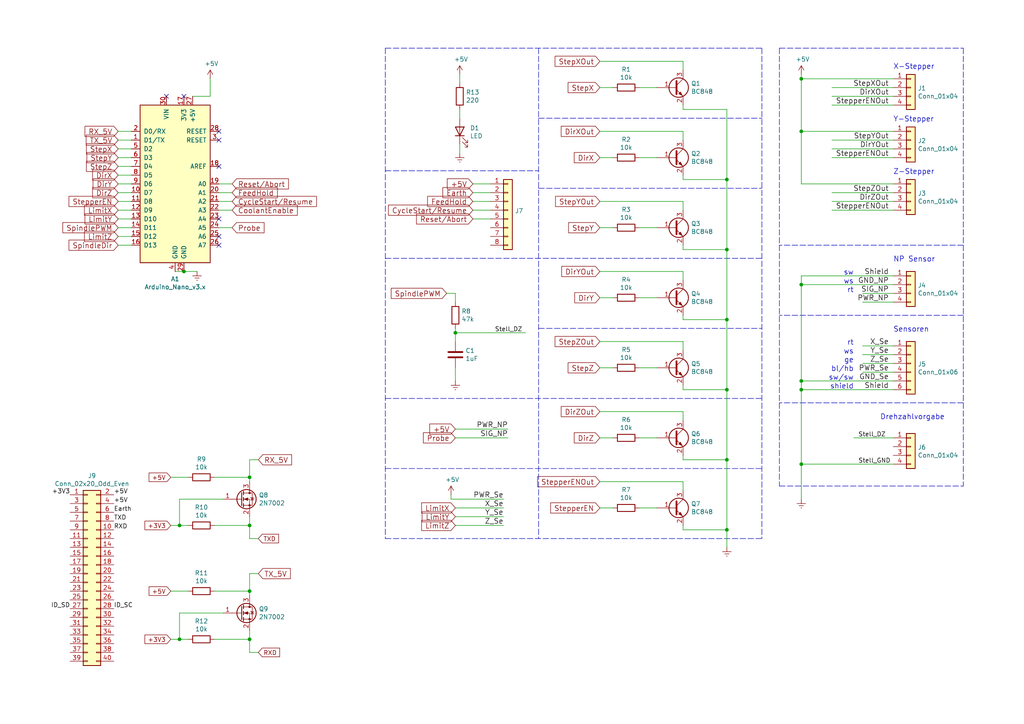
<source format=kicad_sch>
(kicad_sch (version 20231120) (generator "eeschema") (generator_version "8.0")
  (paper "A4")
  (lib_symbols
    (symbol "Connector_Generic:Conn_01x04" (pin_names (offset 1.016) hide)
      (property "Reference" "J" (at 0 5.08 0))
      (property "Value" "Conn_01x04" (at 0 -7.62 0))
      (symbol "Conn_01x04_1_1"
        (rectangle (start -1.27 -4.953) (end 0 -5.207) (stroke (width 0.1524)))
        (rectangle (start -1.27 -2.413) (end 0 -2.667) (stroke (width 0.1524)))
        (rectangle (start -1.27 0.127) (end 0 -0.127) (stroke (width 0.1524)))
        (rectangle (start -1.27 2.667) (end 0 2.413) (stroke (width 0.1524)))
        (rectangle (start -1.27 3.81) (end 1.27 -6.35) (stroke (width 0.254)) (fill (type background)))
        (pin passive line (at -5.08 2.54 0) (length 3.81) (name "Pin_1") (number "1"))
        (pin passive line (at -5.08 0 0) (length 3.81) (name "Pin_2") (number "2"))
        (pin passive line (at -5.08 -2.54 0) (length 3.81) (name "Pin_3") (number "3"))
        (pin passive line (at -5.08 -5.08 0) (length 3.81) (name "Pin_4") (number "4"))
      )
    )
    (symbol "Connector_Generic:Conn_01x06" (pin_names (offset 1.016) hide)
      (property "Reference" "J" (at 0 7.62 0))
      (property "Value" "Conn_01x06" (at 0 -10.16 0))
      (symbol "Conn_01x06_1_1"
        (rectangle (start -1.27 -7.493) (end 0 -7.747) (stroke (width 0.1524)))
        (rectangle (start -1.27 -4.953) (end 0 -5.207) (stroke (width 0.1524)))
        (rectangle (start -1.27 -2.413) (end 0 -2.667) (stroke (width 0.1524)))
        (rectangle (start -1.27 0.127) (end 0 -0.127) (stroke (width 0.1524)))
        (rectangle (start -1.27 2.667) (end 0 2.413) (stroke (width 0.1524)))
        (rectangle (start -1.27 5.207) (end 0 4.953) (stroke (width 0.1524)))
        (rectangle (start -1.27 6.35) (end 1.27 -8.89) (stroke (width 0.254)) (fill (type background)))
        (pin passive line (at -5.08 5.08 0) (length 3.81) (name "Pin_1") (number "1"))
        (pin passive line (at -5.08 2.54 0) (length 3.81) (name "Pin_2") (number "2"))
        (pin passive line (at -5.08 0 0) (length 3.81) (name "Pin_3") (number "3"))
        (pin passive line (at -5.08 -2.54 0) (length 3.81) (name "Pin_4") (number "4"))
        (pin passive line (at -5.08 -5.08 0) (length 3.81) (name "Pin_5") (number "5"))
        (pin passive line (at -5.08 -7.62 0) (length 3.81) (name "Pin_6") (number "6"))
      )
    )
    (symbol "Connector_Generic:Conn_01x08" (pin_names (offset 1.016) hide)
      (property "Reference" "J" (at 0 10.16 0))
      (property "Value" "Conn_01x08" (at 0 -12.7 0))
      (symbol "Conn_01x08_1_1"
        (rectangle (start -1.27 -10.033) (end 0 -10.287) (stroke (width 0.1524)))
        (rectangle (start -1.27 -7.493) (end 0 -7.747) (stroke (width 0.1524)))
        (rectangle (start -1.27 -4.953) (end 0 -5.207) (stroke (width 0.1524)))
        (rectangle (start -1.27 -2.413) (end 0 -2.667) (stroke (width 0.1524)))
        (rectangle (start -1.27 0.127) (end 0 -0.127) (stroke (width 0.1524)))
        (rectangle (start -1.27 2.667) (end 0 2.413) (stroke (width 0.1524)))
        (rectangle (start -1.27 5.207) (end 0 4.953) (stroke (width 0.1524)))
        (rectangle (start -1.27 7.747) (end 0 7.493) (stroke (width 0.1524)))
        (rectangle (start -1.27 8.89) (end 1.27 -11.43) (stroke (width 0.254)) (fill (type background)))
        (pin passive line (at -5.08 7.62 0) (length 3.81) (name "Pin_1") (number "1"))
        (pin passive line (at -5.08 5.08 0) (length 3.81) (name "Pin_2") (number "2"))
        (pin passive line (at -5.08 2.54 0) (length 3.81) (name "Pin_3") (number "3"))
        (pin passive line (at -5.08 0 0) (length 3.81) (name "Pin_4") (number "4"))
        (pin passive line (at -5.08 -2.54 0) (length 3.81) (name "Pin_5") (number "5"))
        (pin passive line (at -5.08 -5.08 0) (length 3.81) (name "Pin_6") (number "6"))
        (pin passive line (at -5.08 -7.62 0) (length 3.81) (name "Pin_7") (number "7"))
        (pin passive line (at -5.08 -10.16 0) (length 3.81) (name "Pin_8") (number "8"))
      )
    )
    (symbol "Connector_Generic:Conn_02x20_Odd_Even" (pin_names (offset 1.016) hide)
      (property "Reference" "J" (at 1.27 25.4 0))
      (property "Value" "Conn_02x20_Odd_Even" (at 1.27 -27.94 0))
      (symbol "Conn_02x20_Odd_Even_1_1"
        (rectangle (start -1.27 -25.273) (end 0 -25.527) (stroke (width 0.1524)))
        (rectangle (start -1.27 -22.733) (end 0 -22.987) (stroke (width 0.1524)))
        (rectangle (start -1.27 -20.193) (end 0 -20.447) (stroke (width 0.1524)))
        (rectangle (start -1.27 -17.653) (end 0 -17.907) (stroke (width 0.1524)))
        (rectangle (start -1.27 -15.113) (end 0 -15.367) (stroke (width 0.1524)))
        (rectangle (start -1.27 -12.573) (end 0 -12.827) (stroke (width 0.1524)))
        (rectangle (start -1.27 -10.033) (end 0 -10.287) (stroke (width 0.1524)))
        (rectangle (start -1.27 -7.493) (end 0 -7.747) (stroke (width 0.1524)))
        (rectangle (start -1.27 -4.953) (end 0 -5.207) (stroke (width 0.1524)))
        (rectangle (start -1.27 -2.413) (end 0 -2.667) (stroke (width 0.1524)))
        (rectangle (start -1.27 0.127) (end 0 -0.127) (stroke (width 0.1524)))
        (rectangle (start -1.27 2.667) (end 0 2.413) (stroke (width 0.1524)))
        (rectangle (start -1.27 5.207) (end 0 4.953) (stroke (width 0.1524)))
        (rectangle (start -1.27 7.747) (end 0 7.493) (stroke (width 0.1524)))
        (rectangle (start -1.27 10.287) (end 0 10.033) (stroke (width 0.1524)))
        (rectangle (start -1.27 12.827) (end 0 12.573) (stroke (width 0.1524)))
        (rectangle (start -1.27 15.367) (end 0 15.113) (stroke (width 0.1524)))
        (rectangle (start -1.27 17.907) (end 0 17.653) (stroke (width 0.1524)))
        (rectangle (start -1.27 20.447) (end 0 20.193) (stroke (width 0.1524)))
        (rectangle (start -1.27 22.987) (end 0 22.733) (stroke (width 0.1524)))
        (rectangle (start -1.27 24.13) (end 3.81 -26.67) (stroke (width 0.254)) (fill (type background)))
        (rectangle (start 3.81 -25.273) (end 2.54 -25.527) (stroke (width 0.1524)))
        (rectangle (start 3.81 -22.733) (end 2.54 -22.987) (stroke (width 0.1524)))
        (rectangle (start 3.81 -20.193) (end 2.54 -20.447) (stroke (width 0.1524)))
        (rectangle (start 3.81 -17.653) (end 2.54 -17.907) (stroke (width 0.1524)))
        (rectangle (start 3.81 -15.113) (end 2.54 -15.367) (stroke (width 0.1524)))
        (rectangle (start 3.81 -12.573) (end 2.54 -12.827) (stroke (width 0.1524)))
        (rectangle (start 3.81 -10.033) (end 2.54 -10.287) (stroke (width 0.1524)))
        (rectangle (start 3.81 -7.493) (end 2.54 -7.747) (stroke (width 0.1524)))
        (rectangle (start 3.81 -4.953) (end 2.54 -5.207) (stroke (width 0.1524)))
        (rectangle (start 3.81 -2.413) (end 2.54 -2.667) (stroke (width 0.1524)))
        (rectangle (start 3.81 0.127) (end 2.54 -0.127) (stroke (width 0.1524)))
        (rectangle (start 3.81 2.667) (end 2.54 2.413) (stroke (width 0.1524)))
        (rectangle (start 3.81 5.207) (end 2.54 4.953) (stroke (width 0.1524)))
        (rectangle (start 3.81 7.747) (end 2.54 7.493) (stroke (width 0.1524)))
        (rectangle (start 3.81 10.287) (end 2.54 10.033) (stroke (width 0.1524)))
        (rectangle (start 3.81 12.827) (end 2.54 12.573) (stroke (width 0.1524)))
        (rectangle (start 3.81 15.367) (end 2.54 15.113) (stroke (width 0.1524)))
        (rectangle (start 3.81 17.907) (end 2.54 17.653) (stroke (width 0.1524)))
        (rectangle (start 3.81 20.447) (end 2.54 20.193) (stroke (width 0.1524)))
        (rectangle (start 3.81 22.987) (end 2.54 22.733) (stroke (width 0.1524)))
        (pin passive line (at -5.08 22.86 0) (length 3.81) (name "Pin_1") (number "1"))
        (pin passive line (at 7.62 12.7 180) (length 3.81) (name "Pin_10") (number "10"))
        (pin passive line (at -5.08 10.16 0) (length 3.81) (name "Pin_11") (number "11"))
        (pin passive line (at 7.62 10.16 180) (length 3.81) (name "Pin_12") (number "12"))
        (pin passive line (at -5.08 7.62 0) (length 3.81) (name "Pin_13") (number "13"))
        (pin passive line (at 7.62 7.62 180) (length 3.81) (name "Pin_14") (number "14"))
        (pin passive line (at -5.08 5.08 0) (length 3.81) (name "Pin_15") (number "15"))
        (pin passive line (at 7.62 5.08 180) (length 3.81) (name "Pin_16") (number "16"))
        (pin passive line (at -5.08 2.54 0) (length 3.81) (name "Pin_17") (number "17"))
        (pin passive line (at 7.62 2.54 180) (length 3.81) (name "Pin_18") (number "18"))
        (pin passive line (at -5.08 0 0) (length 3.81) (name "Pin_19") (number "19"))
        (pin passive line (at 7.62 22.86 180) (length 3.81) (name "Pin_2") (number "2"))
        (pin passive line (at 7.62 0 180) (length 3.81) (name "Pin_20") (number "20"))
        (pin passive line (at -5.08 -2.54 0) (length 3.81) (name "Pin_21") (number "21"))
        (pin passive line (at 7.62 -2.54 180) (length 3.81) (name "Pin_22") (number "22"))
        (pin passive line (at -5.08 -5.08 0) (length 3.81) (name "Pin_23") (number "23"))
        (pin passive line (at 7.62 -5.08 180) (length 3.81) (name "Pin_24") (number "24"))
        (pin passive line (at -5.08 -7.62 0) (length 3.81) (name "Pin_25") (number "25"))
        (pin passive line (at 7.62 -7.62 180) (length 3.81) (name "Pin_26") (number "26"))
        (pin passive line (at -5.08 -10.16 0) (length 3.81) (name "Pin_27") (number "27"))
        (pin passive line (at 7.62 -10.16 180) (length 3.81) (name "Pin_28") (number "28"))
        (pin passive line (at -5.08 -12.7 0) (length 3.81) (name "Pin_29") (number "29"))
        (pin passive line (at -5.08 20.32 0) (length 3.81) (name "Pin_3") (number "3"))
        (pin passive line (at 7.62 -12.7 180) (length 3.81) (name "Pin_30") (number "30"))
        (pin passive line (at -5.08 -15.24 0) (length 3.81) (name "Pin_31") (number "31"))
        (pin passive line (at 7.62 -15.24 180) (length 3.81) (name "Pin_32") (number "32"))
        (pin passive line (at -5.08 -17.78 0) (length 3.81) (name "Pin_33") (number "33"))
        (pin passive line (at 7.62 -17.78 180) (length 3.81) (name "Pin_34") (number "34"))
        (pin passive line (at -5.08 -20.32 0) (length 3.81) (name "Pin_35") (number "35"))
        (pin passive line (at 7.62 -20.32 180) (length 3.81) (name "Pin_36") (number "36"))
        (pin passive line (at -5.08 -22.86 0) (length 3.81) (name "Pin_37") (number "37"))
        (pin passive line (at 7.62 -22.86 180) (length 3.81) (name "Pin_38") (number "38"))
        (pin passive line (at -5.08 -25.4 0) (length 3.81) (name "Pin_39") (number "39"))
        (pin passive line (at 7.62 20.32 180) (length 3.81) (name "Pin_4") (number "4"))
        (pin passive line (at 7.62 -25.4 180) (length 3.81) (name "Pin_40") (number "40"))
        (pin passive line (at -5.08 17.78 0) (length 3.81) (name "Pin_5") (number "5"))
        (pin passive line (at 7.62 17.78 180) (length 3.81) (name "Pin_6") (number "6"))
        (pin passive line (at -5.08 15.24 0) (length 3.81) (name "Pin_7") (number "7"))
        (pin passive line (at 7.62 15.24 180) (length 3.81) (name "Pin_8") (number "8"))
        (pin passive line (at -5.08 12.7 0) (length 3.81) (name "Pin_9") (number "9"))
      )
    )
    (symbol "Device:C" (pin_numbers hide) (pin_names (offset 0.254))
      (property "Reference" "C" (at 0.635 2.54 0))
      (property "Value" "C" (at 0.635 -2.54 0))
      (symbol "C_0_1"
        (polyline (pts (xy -2.032 -0.762) (xy 2.032 -0.762)) (stroke (width 0.508)))
        (polyline (pts (xy -2.032 0.762) (xy 2.032 0.762)) (stroke (width 0.508)))
      )
      (symbol "C_1_1"
        (pin passive line (at 0 3.81 270) (length 2.794) (name "~") (number "1"))
        (pin passive line (at 0 -3.81 90) (length 2.794) (name "~") (number "2"))
      )
    )
    (symbol "Device:LED" (pin_numbers hide) (pin_names (offset 1.016) hide)
      (property "Reference" "D" (at 0 2.54 0))
      (property "Value" "LED" (at 0 -2.54 0))
      (symbol "LED_0_1"
        (polyline (pts (xy -1.27 -1.27) (xy -1.27 1.27)) (stroke (width 0.254)))
        (polyline (pts (xy -1.27 0) (xy 1.27 0)))
        (polyline (pts (xy 1.27 -1.27) (xy 1.27 1.27) (xy -1.27 0) (xy 1.27 -1.27)) (stroke (width 0.254)))
        (polyline (pts (xy -3.048 -0.762) (xy -4.572 -2.286) (xy -3.81 -2.286) (xy -4.572 -2.286) (xy -4.572 -1.524)))
        (polyline (pts (xy -1.778 -0.762) (xy -3.302 -2.286) (xy -2.54 -2.286) (xy -3.302 -2.286) (xy -3.302 -1.524)))
      )
      (symbol "LED_1_1"
        (pin passive line (at -3.81 0 0) (length 2.54) (name "K") (number "1"))
        (pin passive line (at 3.81 0 180) (length 2.54) (name "A") (number "2"))
      )
    )
    (symbol "Device:R" (pin_numbers hide) (pin_names (offset 0))
      (property "Reference" "R" (at 2.032 0 90))
      (property "Value" "R" (at 0 0 90))
      (symbol "R_0_1"
        (rectangle (start -1.016 -2.54) (end 1.016 2.54) (stroke (width 0.254)))
      )
      (symbol "R_1_1"
        (pin passive line (at 0 3.81 270) (length 1.27) (name "~") (number "1"))
        (pin passive line (at 0 -3.81 90) (length 1.27) (name "~") (number "2"))
      )
    )
    (symbol "Transistor_BJT:BC848" (pin_names (offset 0) hide)
      (property "Reference" "Q" (at 5.08 1.905 0))
      (property "Value" "BC848" (at 5.08 0 0))
      (symbol "BC848_0_1"
        (polyline (pts (xy 0.635 0.635) (xy 2.54 2.54)))
        (polyline (pts (xy 0.635 -0.635) (xy 2.54 -2.54) (xy 2.54 -2.54)))
        (polyline (pts (xy 0.635 1.905) (xy 0.635 -1.905) (xy 0.635 -1.905)) (stroke (width 0.508)))
        (polyline (pts (xy 1.27 -1.778) (xy 1.778 -1.27) (xy 2.286 -2.286) (xy 1.27 -1.778) (xy 1.27 -1.778)) (fill (type outline)))
        (circle (center 1.27 0) (radius 2.8194) (stroke (width 0.254)))
      )
      (symbol "BC848_1_1"
        (pin input line (at -5.08 0 0) (length 5.715) (name "B") (number "1"))
        (pin passive line (at 2.54 -5.08 90) (length 2.54) (name "E") (number "2"))
        (pin passive line (at 2.54 5.08 270) (length 2.54) (name "C") (number "3"))
      )
    )
    (symbol "Transistor_FET:2N7002" (pin_names hide)
      (property "Reference" "Q" (at 5.08 1.905 0))
      (property "Value" "2N7002" (at 5.08 0 0))
      (symbol "2N7002_0_1"
        (polyline (pts (xy 0.254 0) (xy -2.54 0)))
        (polyline (pts (xy 0.254 1.905) (xy 0.254 -1.905)) (stroke (width 0.254)))
        (polyline (pts (xy 0.762 -1.27) (xy 0.762 -2.286)) (stroke (width 0.254)))
        (polyline (pts (xy 0.762 0.508) (xy 0.762 -0.508)) (stroke (width 0.254)))
        (polyline (pts (xy 0.762 2.286) (xy 0.762 1.27)) (stroke (width 0.254)))
        (polyline (pts (xy 2.54 2.54) (xy 2.54 1.778)))
        (polyline (pts (xy 2.54 -2.54) (xy 2.54 0) (xy 0.762 0)))
        (polyline (pts (xy 0.762 -1.778) (xy 3.302 -1.778) (xy 3.302 1.778) (xy 0.762 1.778)))
        (polyline (pts (xy 1.016 0) (xy 2.032 0.381) (xy 2.032 -0.381) (xy 1.016 0)) (fill (type outline)))
        (polyline (pts (xy 2.794 0.508) (xy 2.921 0.381) (xy 3.683 0.381) (xy 3.81 0.254)))
        (polyline (pts (xy 3.302 0.381) (xy 2.921 -0.254) (xy 3.683 -0.254) (xy 3.302 0.381)))
        (circle (center 1.651 0) (radius 2.794) (stroke (width 0.254)))
        (circle (center 2.54 -1.778) (radius 0.254) (fill (type outline)))
        (circle (center 2.54 1.778) (radius 0.254) (fill (type outline)))
      )
      (symbol "2N7002_1_1"
        (pin input line (at -5.08 0 0) (length 2.54) (name "G") (number "1"))
        (pin passive line (at 2.54 -5.08 90) (length 2.54) (name "S") (number "2"))
        (pin passive line (at 2.54 5.08 270) (length 2.54) (name "D") (number "3"))
      )
    )
    (symbol "project-rescue:+5V-power" (power) (pin_names (offset 0))
      (property "Value" "power:+5V" (at 0 3.556 0))
      (symbol "+5V-power_0_1"
        (polyline (pts (xy -0.762 1.27) (xy 0 2.54)))
        (polyline (pts (xy 0 0) (xy 0 2.54)))
        (polyline (pts (xy 0 2.54) (xy 0.762 1.27)))
      )
      (symbol "+5V-power_1_1"
        (pin power_in line (at 0 0 90) (length 0) hide (name "+5V") (number "1"))
      )
    )
    (symbol "project-rescue:Arduino_Nano_v3.x-MCU_Module" (pin_names (offset 1.016))
      (property "Reference" "A" (at -5.08 26.035 0))
      (property "Value" "MCU_Module:Arduino_Nano_v3.x" (at -5.08 24.13 0))
      (symbol "Arduino_Nano_v3.x-MCU_Module_0_1"
        (rectangle (start -10.16 22.86) (end 10.16 -22.86) (stroke (width 0.254)) (fill (type background)))
      )
      (symbol "Arduino_Nano_v3.x-MCU_Module_1_1"
        (pin bidirectional line (at -12.7 12.7 0) (length 2.54) (name "D1/TX") (number "1"))
        (pin bidirectional line (at -12.7 -2.54 0) (length 2.54) (name "D7") (number "10"))
        (pin bidirectional line (at -12.7 -5.08 0) (length 2.54) (name "D8") (number "11"))
        (pin bidirectional line (at -12.7 -7.62 0) (length 2.54) (name "D9") (number "12"))
        (pin bidirectional line (at -12.7 -10.16 0) (length 2.54) (name "D10") (number "13"))
        (pin bidirectional line (at -12.7 -12.7 0) (length 2.54) (name "D11") (number "14"))
        (pin bidirectional line (at -12.7 -15.24 0) (length 2.54) (name "D12") (number "15"))
        (pin bidirectional line (at -12.7 -17.78 0) (length 2.54) (name "D13") (number "16"))
        (pin power_out line (at 2.54 25.4 270) (length 2.54) (name "3V3") (number "17"))
        (pin input line (at 12.7 5.08 180) (length 2.54) (name "AREF") (number "18"))
        (pin bidirectional line (at 12.7 0 180) (length 2.54) (name "A0") (number "19"))
        (pin bidirectional line (at -12.7 15.24 0) (length 2.54) (name "D0/RX") (number "2"))
        (pin bidirectional line (at 12.7 -2.54 180) (length 2.54) (name "A1") (number "20"))
        (pin bidirectional line (at 12.7 -5.08 180) (length 2.54) (name "A2") (number "21"))
        (pin bidirectional line (at 12.7 -7.62 180) (length 2.54) (name "A3") (number "22"))
        (pin bidirectional line (at 12.7 -10.16 180) (length 2.54) (name "A4") (number "23"))
        (pin bidirectional line (at 12.7 -12.7 180) (length 2.54) (name "A5") (number "24"))
        (pin bidirectional line (at 12.7 -15.24 180) (length 2.54) (name "A6") (number "25"))
        (pin bidirectional line (at 12.7 -17.78 180) (length 2.54) (name "A7") (number "26"))
        (pin power_out line (at 5.08 25.4 270) (length 2.54) (name "+5V") (number "27"))
        (pin input line (at 12.7 15.24 180) (length 2.54) (name "RESET") (number "28"))
        (pin power_in line (at 2.54 -25.4 90) (length 2.54) (name "GND") (number "29"))
        (pin input line (at 12.7 12.7 180) (length 2.54) (name "RESET") (number "3"))
        (pin power_in line (at -2.54 25.4 270) (length 2.54) (name "VIN") (number "30"))
        (pin power_in line (at 0 -25.4 90) (length 2.54) (name "GND") (number "4"))
        (pin bidirectional line (at -12.7 10.16 0) (length 2.54) (name "D2") (number "5"))
        (pin bidirectional line (at -12.7 7.62 0) (length 2.54) (name "D3") (number "6"))
        (pin bidirectional line (at -12.7 5.08 0) (length 2.54) (name "D4") (number "7"))
        (pin bidirectional line (at -12.7 2.54 0) (length 2.54) (name "D5") (number "8"))
        (pin bidirectional line (at -12.7 0 0) (length 2.54) (name "D6") (number "9"))
      )
    )
    (symbol "project-rescue:Earth-power" (power) (pin_names (offset 0))
      (symbol "Earth-power_0_1"
        (polyline (pts (xy -0.635 -1.905) (xy 0.635 -1.905)))
        (polyline (pts (xy -0.127 -2.54) (xy 0.127 -2.54)))
        (polyline (pts (xy 0 -1.27) (xy 0 0)))
        (polyline (pts (xy 1.27 -1.27) (xy -1.27 -1.27)))
      )
      (symbol "Earth-power_1_1"
        (pin power_in line (at 0 0 270) (length 0) hide (name "Earth") (number "1"))
      )
    )
  )
  (junction (at 52.07 152.4))
  (junction (at 210.82 113.03))
  (junction (at 210.82 133.35))
  (junction (at 52.07 185.42))
  (junction (at 72.39 138.43))
  (junction (at 53.34 78.74))
  (junction (at 232.41 82.55))
  (junction (at 232.41 22.86))
  (junction (at 210.82 92.71))
  (junction (at 72.39 185.42))
  (junction (at 72.39 152.4))
  (junction (at 232.41 113.03))
  (junction (at 232.41 110.49))
  (junction (at 72.39 171.45))
  (junction (at 210.82 153.67))
  (junction (at 232.41 38.1))
  (junction (at 232.41 134.62))
  (junction (at 210.82 72.39))
  (junction (at 210.82 52.07))
  (junction (at 132.08 96.52))
  (no_connect (at 53.34 27.94))
  (no_connect (at 63.5 48.26))
  (no_connect (at 63.5 38.1))
  (no_connect (at 63.5 40.64))
  (no_connect (at 48.26 27.94))
  (no_connect (at 63.5 68.58))
  (no_connect (at 63.5 63.5))
  (no_connect (at 63.5 71.12))
  (polyline (pts (xy 156.21 34.29) (xy 220.98 34.29)) (stroke (width 0) (type dash)))
  (wire (pts (xy 198.12 101.6) (xy 198.12 99.06)))
  (wire (pts (xy 185.42 86.36) (xy 190.5 86.36)))
  (wire (pts (xy 173.99 86.36) (xy 177.8 86.36)))
  (wire (pts (xy 173.99 58.42) (xy 198.12 58.42)))
  (wire (pts (xy 72.39 138.43) (xy 62.23 138.43)))
  (polyline (pts (xy 279.4 71.12) (xy 226.06 71.12)) (stroke (width 0) (type dash)))
  (wire (pts (xy 49.53 171.45) (xy 54.61 171.45)))
  (wire (pts (xy 185.42 106.68) (xy 190.5 106.68)))
  (wire (pts (xy 38.1 45.72) (xy 34.29 45.72)))
  (wire (pts (xy 53.34 78.74) (xy 57.15 78.74)))
  (wire (pts (xy 250.19 107.95) (xy 259.08 107.95)))
  (wire (pts (xy 173.99 127) (xy 177.8 127)))
  (wire (pts (xy 62.23 185.42) (xy 72.39 185.42)))
  (wire (pts (xy 198.12 153.67) (xy 210.82 153.67)))
  (wire (pts (xy 34.29 68.58) (xy 38.1 68.58)))
  (wire (pts (xy 232.41 134.62) (xy 232.41 144.78)))
  (wire (pts (xy 133.35 34.29) (xy 133.35 31.75)))
  (wire (pts (xy 198.12 40.64) (xy 198.12 38.1)))
  (wire (pts (xy 259.08 134.62) (xy 232.41 134.62)))
  (wire (pts (xy 132.08 95.25) (xy 132.08 96.52)))
  (wire (pts (xy 198.12 92.71) (xy 210.82 92.71)))
  (wire (pts (xy 72.39 139.7) (xy 72.39 138.43)))
  (wire (pts (xy 250.19 102.87) (xy 259.08 102.87)))
  (wire (pts (xy 72.39 189.23) (xy 72.39 185.42)))
  (wire (pts (xy 132.08 152.4) (xy 146.05 152.4)))
  (wire (pts (xy 259.08 85.09) (xy 250.19 85.09)))
  (wire (pts (xy 198.12 31.75) (xy 210.82 31.75)))
  (polyline (pts (xy 279.4 116.84) (xy 226.06 116.84)) (stroke (width 0) (type dash)))
  (wire (pts (xy 198.12 78.74) (xy 198.12 81.28)))
  (polyline (pts (xy 111.76 156.21) (xy 220.98 156.21)) (stroke (width 0) (type dash)))
  (wire (pts (xy 132.08 85.09) (xy 132.08 87.63)))
  (wire (pts (xy 38.1 66.04) (xy 34.29 66.04)))
  (wire (pts (xy 232.41 110.49) (xy 232.41 113.03)))
  (wire (pts (xy 67.31 60.96) (xy 63.5 60.96)))
  (wire (pts (xy 173.99 78.74) (xy 198.12 78.74)))
  (wire (pts (xy 67.31 55.88) (xy 63.5 55.88)))
  (wire (pts (xy 38.1 71.12) (xy 34.29 71.12)))
  (wire (pts (xy 198.12 52.07) (xy 210.82 52.07)))
  (wire (pts (xy 137.16 63.5) (xy 142.24 63.5)))
  (wire (pts (xy 241.3 43.18) (xy 259.08 43.18)))
  (wire (pts (xy 34.29 48.26) (xy 38.1 48.26)))
  (wire (pts (xy 250.19 87.63) (xy 259.08 87.63)))
  (wire (pts (xy 132.08 96.52) (xy 152.4 96.52)))
  (wire (pts (xy 52.07 152.4) (xy 52.07 144.78)))
  (wire (pts (xy 52.07 185.42) (xy 54.61 185.42)))
  (wire (pts (xy 38.1 60.96) (xy 34.29 60.96)))
  (wire (pts (xy 210.82 72.39) (xy 210.82 92.71)))
  (polyline (pts (xy 279.4 13.97) (xy 279.4 140.97)) (stroke (width 0) (type dash)))
  (wire (pts (xy 142.24 60.96) (xy 137.16 60.96)))
  (wire (pts (xy 210.82 92.71) (xy 210.82 113.03)))
  (wire (pts (xy 232.41 82.55) (xy 259.08 82.55)))
  (wire (pts (xy 72.39 185.42) (xy 72.39 182.88)))
  (wire (pts (xy 72.39 172.72) (xy 72.39 171.45)))
  (wire (pts (xy 241.3 58.42) (xy 259.08 58.42)))
  (wire (pts (xy 146.05 149.86) (xy 132.08 149.86)))
  (wire (pts (xy 72.39 156.21) (xy 72.39 152.4)))
  (wire (pts (xy 173.99 25.4) (xy 177.8 25.4)))
  (wire (pts (xy 198.12 113.03) (xy 210.82 113.03)))
  (wire (pts (xy 210.82 153.67) (xy 210.82 158.75)))
  (wire (pts (xy 72.39 166.37) (xy 74.93 166.37)))
  (wire (pts (xy 63.5 53.34) (xy 67.31 53.34)))
  (wire (pts (xy 185.42 45.72) (xy 190.5 45.72)))
  (wire (pts (xy 259.08 27.94) (xy 241.3 27.94)))
  (wire (pts (xy 173.99 147.32) (xy 177.8 147.32)))
  (wire (pts (xy 241.3 30.48) (xy 259.08 30.48)))
  (wire (pts (xy 198.12 58.42) (xy 198.12 60.96)))
  (wire (pts (xy 52.07 144.78) (xy 64.77 144.78)))
  (wire (pts (xy 173.99 106.68) (xy 177.8 106.68)))
  (wire (pts (xy 129.54 85.09) (xy 132.08 85.09)))
  (wire (pts (xy 60.96 27.94) (xy 60.96 22.86)))
  (wire (pts (xy 198.12 30.48) (xy 198.12 31.75)))
  (wire (pts (xy 34.29 43.18) (xy 38.1 43.18)))
  (wire (pts (xy 210.82 133.35) (xy 210.82 153.67)))
  (wire (pts (xy 232.41 21.59) (xy 232.41 22.86)))
  (wire (pts (xy 132.08 127) (xy 147.32 127)))
  (wire (pts (xy 198.12 139.7) (xy 198.12 142.24)))
  (wire (pts (xy 72.39 138.43) (xy 72.39 133.35)))
  (polyline (pts (xy 111.76 13.97) (xy 220.98 13.97)) (stroke (width 0) (type dash)))
  (polyline (pts (xy 156.21 54.61) (xy 220.98 54.61)) (stroke (width 0) (type dash)))
  (wire (pts (xy 259.08 60.96) (xy 241.3 60.96)))
  (wire (pts (xy 259.08 38.1) (xy 232.41 38.1)))
  (wire (pts (xy 185.42 147.32) (xy 190.5 147.32)))
  (wire (pts (xy 49.53 152.4) (xy 52.07 152.4)))
  (wire (pts (xy 173.99 38.1) (xy 198.12 38.1)))
  (wire (pts (xy 34.29 53.34) (xy 38.1 53.34)))
  (polyline (pts (xy 156.21 95.25) (xy 220.98 95.25)) (stroke (width 0) (type dash)))
  (wire (pts (xy 185.42 127) (xy 190.5 127)))
  (wire (pts (xy 132.08 99.06) (xy 132.08 96.52)))
  (polyline (pts (xy 156.21 13.97) (xy 156.21 156.21)) (stroke (width 0) (type dash)))
  (wire (pts (xy 52.07 152.4) (xy 54.61 152.4)))
  (polyline (pts (xy 220.98 13.97) (xy 220.98 156.21)) (stroke (width 0) (type dash)))
  (wire (pts (xy 232.41 38.1) (xy 232.41 22.86)))
  (polyline (pts (xy 111.76 49.53) (xy 156.21 49.53)) (stroke (width 0) (type dash)))
  (wire (pts (xy 198.12 132.08) (xy 198.12 133.35)))
  (wire (pts (xy 72.39 171.45) (xy 62.23 171.45)))
  (polyline (pts (xy 111.76 74.93) (xy 220.98 74.93)) (stroke (width 0) (type dash)))
  (polyline (pts (xy 226.06 140.97) (xy 279.4 140.97)) (stroke (width 0) (type dash)))
  (wire (pts (xy 130.81 143.51) (xy 130.81 144.78)))
  (wire (pts (xy 49.53 138.43) (xy 54.61 138.43)))
  (wire (pts (xy 259.08 40.64) (xy 241.3 40.64)))
  (polyline (pts (xy 226.06 13.97) (xy 279.4 13.97)) (stroke (width 0) (type dash)))
  (wire (pts (xy 74.93 156.21) (xy 72.39 156.21)))
  (wire (pts (xy 232.41 80.01) (xy 232.41 82.55)))
  (wire (pts (xy 232.41 113.03) (xy 232.41 134.62)))
  (wire (pts (xy 198.12 111.76) (xy 198.12 113.03)))
  (wire (pts (xy 198.12 119.38) (xy 198.12 121.92)))
  (wire (pts (xy 137.16 58.42) (xy 142.24 58.42)))
  (polyline (pts (xy 111.76 13.97) (xy 111.76 156.21)) (stroke (width 0) (type dash)))
  (wire (pts (xy 132.08 124.46) (xy 147.32 124.46)))
  (wire (pts (xy 198.12 99.06) (xy 173.99 99.06)))
  (wire (pts (xy 62.23 152.4) (xy 72.39 152.4)))
  (wire (pts (xy 173.99 139.7) (xy 198.12 139.7)))
  (wire (pts (xy 137.16 55.88) (xy 142.24 55.88)))
  (wire (pts (xy 232.41 53.34) (xy 232.41 38.1)))
  (wire (pts (xy 198.12 152.4) (xy 198.12 153.67)))
  (polyline (pts (xy 279.4 91.44) (xy 226.06 91.44)) (stroke (width 0) (type dash)))
  (wire (pts (xy 74.93 189.23) (xy 72.39 189.23)))
  (wire (pts (xy 38.1 50.8) (xy 34.29 50.8)))
  (wire (pts (xy 259.08 127) (xy 247.65 127)))
  (wire (pts (xy 210.82 113.03) (xy 210.82 133.35)))
  (wire (pts (xy 34.29 63.5) (xy 38.1 63.5)))
  (wire (pts (xy 232.41 110.49) (xy 259.08 110.49)))
  (wire (pts (xy 137.16 53.34) (xy 142.24 53.34)))
  (wire (pts (xy 34.29 58.42) (xy 38.1 58.42)))
  (wire (pts (xy 130.81 144.78) (xy 146.05 144.78)))
  (wire (pts (xy 63.5 58.42) (xy 67.31 58.42)))
  (wire (pts (xy 173.99 17.78) (xy 198.12 17.78)))
  (wire (pts (xy 210.82 52.07) (xy 210.82 72.39)))
  (polyline (pts (xy 111.76 135.89) (xy 220.98 135.89)) (stroke (width 0) (type dash)))
  (wire (pts (xy 55.88 27.94) (xy 60.96 27.94)))
  (wire (pts (xy 259.08 105.41) (xy 250.19 105.41)))
  (wire (pts (xy 210.82 31.75) (xy 210.82 52.07)))
  (wire (pts (xy 49.53 185.42) (xy 52.07 185.42)))
  (wire (pts (xy 133.35 44.45) (xy 133.35 41.91)))
  (wire (pts (xy 63.5 66.04) (xy 67.31 66.04)))
  (polyline (pts (xy 111.76 115.57) (xy 220.98 115.57)) (stroke (width 0) (type dash)))
  (polyline (pts (xy 226.06 13.97) (xy 226.06 140.97)) (stroke (width 0) (type dash)))
  (wire (pts (xy 232.41 80.01) (xy 259.08 80.01)))
  (wire (pts (xy 38.1 55.88) (xy 34.29 55.88)))
  (wire (pts (xy 52.07 177.8) (xy 64.77 177.8)))
  (wire (pts (xy 173.99 66.04) (xy 177.8 66.04)))
  (wire (pts (xy 198.12 50.8) (xy 198.12 52.07)))
  (wire (pts (xy 198.12 133.35) (xy 210.82 133.35)))
  (wire (pts (xy 198.12 91.44) (xy 198.12 92.71)))
  (wire (pts (xy 259.08 55.88) (xy 241.3 55.88)))
  (wire (pts (xy 52.07 185.42) (xy 52.07 177.8)))
  (wire (pts (xy 173.99 119.38) (xy 198.12 119.38)))
  (wire (pts (xy 50.8 78.74) (xy 53.34 78.74)))
  (wire (pts (xy 72.39 133.35) (xy 74.93 133.35)))
  (wire (pts (xy 232.41 82.55) (xy 232.41 110.49)))
  (wire (pts (xy 132.08 110.49) (xy 132.08 106.68)))
  (wire (pts (xy 259.08 100.33) (xy 250.19 100.33)))
  (wire (pts (xy 72.39 171.45) (xy 72.39 166.37)))
  (wire (pts (xy 198.12 17.78) (xy 198.12 20.32)))
  (wire (pts (xy 259.08 25.4) (xy 241.3 25.4)))
  (wire (pts (xy 185.42 25.4) (xy 190.5 25.4)))
  (wire (pts (xy 38.1 38.1) (xy 34.29 38.1)))
  (wire (pts (xy 185.42 66.04) (xy 190.5 66.04)))
  (wire (pts (xy 232.41 22.86) (xy 259.08 22.86)))
  (wire (pts (xy 34.29 40.64) (xy 38.1 40.64)))
  (wire (pts (xy 72.39 152.4) (xy 72.39 149.86)))
  (wire (pts (xy 232.41 113.03) (xy 259.08 113.03)))
  (wire (pts (xy 198.12 71.12) (xy 198.12 72.39)))
  (wire (pts (xy 259.08 45.72) (xy 241.3 45.72)))
  (wire (pts (xy 259.08 53.34) (xy 232.41 53.34)))
  (wire (pts (xy 198.12 72.39) (xy 210.82 72.39)))
  (wire (pts (xy 177.8 45.72) (xy 173.99 45.72)))
  (wire (pts (xy 133.35 24.13) (xy 133.35 21.59)))
  (wire (pts (xy 132.08 147.32) (xy 146.05 147.32)))
  (text "sw/sw" (at 247.65 110.49 0) (effects (font (size 1.4986 1.4986)) (justify right bottom)))
  (text "ge" (at 247.65 105.41 0) (effects (font (size 1.4986 1.4986)) (justify right bottom)))
  (text "NP Sensor" (at 259.08 76.2 0) (effects (font (size 1.524 1.524)) (justify left bottom)))
  (text "rt" (at 247.65 85.09 0) (effects (font (size 1.4986 1.4986)) (justify right bottom)))
  (text "sw" (at 247.65 80.01 0) (effects (font (size 1.4986 1.4986)) (justify right bottom)))
  (text "Sensoren" (at 259.08 96.52 0) (effects (font (size 1.4986 1.4986)) (justify left bottom)))
  (text "Drehzahlvorgabe" (at 255.27 121.92 0) (effects (font (size 1.4986 1.4986)) (justify left bottom)))
  (text "ws" (at 247.65 82.55 0) (effects (font (size 1.4986 1.4986)) (justify right bottom)))
  (text "Y-Stepper" (at 259.08 35.56 0) (effects (font (size 1.4986 1.4986)) (justify left bottom)))
  (text "shield" (at 247.65 113.03 0) (effects (font (size 1.4986 1.4986)) (justify right bottom)))
  (text "X-Stepper" (at 259.08 20.32 0) (effects (font (size 1.4986 1.4986)) (justify left bottom)))
  (text "bl/hb" (at 247.65 107.95 0) (effects (font (size 1.4986 1.4986)) (justify right bottom)))
  (text "rt" (at 247.65 100.33 0) (effects (font (size 1.4986 1.4986)) (justify right bottom)))
  (text "Z-Stepper" (at 259.08 50.8 0) (effects (font (size 1.4986 1.4986)) (justify left bottom)))
  (text "ws" (at 247.65 102.87 0) (effects (font (size 1.4986 1.4986)) (justify right bottom)))
  (label "PWR_Se" (at 257.81 107.95 180) (effects (font (size 1.4986 1.4986))))
  (label "ID_SD" (at 20.32 176.53 180))
  (label "SIG_NP" (at 147.32 127 180) (effects (font (size 1.4986 1.4986))))
  (label "RXD" (at 33.02 153.67 0))
  (label "+5V" (at 33.02 146.05 0))
  (label "GND_NP" (at 257.81 82.55 180) (effects (font (size 1.4986 1.4986))))
  (label "DirXOut" (at 257.81 27.94 180) (effects (font (size 1.4986 1.4986))))
  (label "PWR_NP" (at 147.32 124.46 180) (effects (font (size 1.4986 1.4986))))
  (label "Z_Se" (at 146.05 152.4 180) (effects (font (size 1.4986 1.4986))))
  (label "Y_Se" (at 146.05 149.86 180) (effects (font (size 1.524 1.524))))
  (label "DirZOut" (at 257.81 58.42 180) (effects (font (size 1.4986 1.4986))))
  (label "Shield" (at 257.81 80.01 180) (effects (font (size 1.4986 1.4986))))
  (label "+5V" (at 33.02 143.51 0))
  (label "StepperENOut" (at 257.81 60.96 180) (effects (font (size 1.4986 1.4986))))
  (label "StepYOut" (at 257.81 40.64 180) (effects (font (size 1.4986 1.4986))))
  (label "ID_SC" (at 33.02 176.53 0))
  (label "Z_Se" (at 257.81 105.41 180) (effects (font (size 1.4986 1.4986))))
  (label "StepZOut" (at 257.81 55.88 180) (effects (font (size 1.4986 1.4986))))
  (label "GND_Se" (at 257.81 110.49 180) (effects (font (size 1.4986 1.4986))))
  (label "TXD" (at 33.02 151.13 0))
  (label "Shield" (at 257.81 113.03 180) (effects (font (size 1.4986 1.4986))))
  (label "Stell_DZ" (at 143.51 96.52 0))
  (label "X_Se" (at 257.81 100.33 180) (effects (font (size 1.4986 1.4986))))
  (label "StepperENOut" (at 257.81 45.72 180) (effects (font (size 1.4986 1.4986))))
  (label "PWR_NP" (at 257.81 87.63 180) (effects (font (size 1.4986 1.4986))))
  (label "+3V3" (at 20.32 143.51 180))
  (label "SIG_NP" (at 257.81 85.09 180) (effects (font (size 1.4986 1.4986))))
  (label "Stell_DZ" (at 248.92 127 0))
  (label "StepXOut" (at 257.81 25.4 180) (effects (font (size 1.4986 1.4986))))
  (label "StepperENOut" (at 257.81 30.48 180) (effects (font (size 1.4986 1.4986))))
  (label "Stell_GND" (at 248.92 134.62 0))
  (label "DirYOut" (at 257.81 43.18 180) (effects (font (size 1.4986 1.4986))))
  (label "Y_Se" (at 257.81 102.87 180) (effects (font (size 1.524 1.524))))
  (label "Earth" (at 33.02 148.59 0))
  (label "PWR_Se" (at 146.05 144.78 180) (effects (font (size 1.4986 1.4986))))
  (label "X_Se" (at 146.05 147.32 180) (effects (font (size 1.4986 1.4986))))
  (global_label "Reset/Abort" (shape input) (at 67.31 53.34 0) (effects (font (size 1.4986 1.4986))) (property "Intersheetrefs" "${INTERSHEET_REFS}" (effects (hide yes))))
  (global_label "LimitZ" (shape input) (at 34.29 68.58 180) (effects (font (size 1.4986 1.4986))) (property "Intersheetrefs" "${INTERSHEET_REFS}" (effects (hide yes))))
  (global_label "+5V" (shape input) (at 137.16 53.34 180) (effects (font (size 1.4986 1.4986))) (property "Intersheetrefs" "${INTERSHEET_REFS}" (effects (hide yes))))
  (global_label "StepX" (shape input) (at 173.99 25.4 180) (effects (font (size 1.4986 1.4986))) (property "Intersheetrefs" "${INTERSHEET_REFS}" (effects (hide yes))))
  (global_label "TX_5V" (shape input) (at 74.93 166.37 0) (effects (font (size 1.4986 1.4986))) (property "Intersheetrefs" "${INTERSHEET_REFS}" (effects (hide yes))))
  (global_label "RXD" (shape input) (at 74.93 189.23 0) (property "Intersheetrefs" "${INTERSHEET_REFS}" (effects (hide yes))))
  (global_label "Probe" (shape input) (at 132.08 127 180) (effects (font (size 1.4986 1.4986))) (property "Intersheetrefs" "${INTERSHEET_REFS}" (effects (hide yes))))
  (global_label "DirYOut" (shape input) (at 173.99 78.74 180) (effects (font (size 1.4986 1.4986))) (property "Intersheetrefs" "${INTERSHEET_REFS}" (effects (hide yes))))
  (global_label "DirX" (shape input) (at 34.29 50.8 180) (effects (font (size 1.4986 1.4986))) (property "Intersheetrefs" "${INTERSHEET_REFS}" (effects (hide yes))))
  (global_label "StepperEN" (shape input) (at 34.29 58.42 180) (effects (font (size 1.4986 1.4986))) (property "Intersheetrefs" "${INTERSHEET_REFS}" (effects (hide yes))))
  (global_label "LimitY" (shape input) (at 34.29 63.5 180) (effects (font (size 1.4986 1.4986))) (property "Intersheetrefs" "${INTERSHEET_REFS}" (effects (hide yes))))
  (global_label "CycleStart/Resume" (shape input) (at 137.16 60.96 180) (effects (font (size 1.4986 1.4986))) (property "Intersheetrefs" "${INTERSHEET_REFS}" (effects (hide yes))))
  (global_label "LimitZ" (shape input) (at 132.08 152.4 180) (effects (font (size 1.4986 1.4986))) (property "Intersheetrefs" "${INTERSHEET_REFS}" (effects (hide yes))))
  (global_label "StepY" (shape input) (at 173.99 66.04 180) (effects (font (size 1.4986 1.4986))) (property "Intersheetrefs" "${INTERSHEET_REFS}" (effects (hide yes))))
  (global_label "+5V" (shape input) (at 132.08 124.46 180) (effects (font (size 1.4986 1.4986))) (property "Intersheetrefs" "${INTERSHEET_REFS}" (effects (hide yes))))
  (global_label "+3V3" (shape input) (at 49.53 185.42 180) (property "Intersheetrefs" "${INTERSHEET_REFS}" (effects (hide yes))))
  (global_label "RX_5V" (shape input) (at 34.29 38.1 180) (effects (font (size 1.4986 1.4986))) (property "Intersheetrefs" "${INTERSHEET_REFS}" (effects (hide yes))))
  (global_label "Probe" (shape input) (at 67.31 66.04 0) (effects (font (size 1.4986 1.4986))) (property "Intersheetrefs" "${INTERSHEET_REFS}" (effects (hide yes))))
  (global_label "FeedHold" (shape input) (at 67.31 55.88 0) (effects (font (size 1.4986 1.4986))) (property "Intersheetrefs" "${INTERSHEET_REFS}" (effects (hide yes))))
  (global_label "LimitX" (shape input) (at 34.29 60.96 180) (effects (font (size 1.4986 1.4986))) (property "Intersheetrefs" "${INTERSHEET_REFS}" (effects (hide yes))))
  (global_label "DirXOut" (shape input) (at 173.99 38.1 180) (effects (font (size 1.4986 1.4986))) (property "Intersheetrefs" "${INTERSHEET_REFS}" (effects (hide yes))))
  (global_label "DirZOut" (shape input) (at 173.99 119.38 180) (effects (font (size 1.4986 1.4986))) (property "Intersheetrefs" "${INTERSHEET_REFS}" (effects (hide yes))))
  (global_label "LimitY" (shape input) (at 132.08 149.86 180) (effects (font (size 1.4986 1.4986))) (property "Intersheetrefs" "${INTERSHEET_REFS}" (effects (hide yes))))
  (global_label "DirZ" (shape input) (at 173.99 127 180) (effects (font (size 1.4986 1.4986))) (property "Intersheetrefs" "${INTERSHEET_REFS}" (effects (hide yes))))
  (global_label "DirZ" (shape input) (at 34.29 55.88 180) (effects (font (size 1.4986 1.4986))) (property "Intersheetrefs" "${INTERSHEET_REFS}" (effects (hide yes))))
  (global_label "RX_5V" (shape input) (at 74.93 133.35 0) (effects (font (size 1.4986 1.4986))) (property "Intersheetrefs" "${INTERSHEET_REFS}" (effects (hide yes))))
  (global_label "SpindleDir" (shape input) (at 34.29 71.12 180) (effects (font (size 1.4986 1.4986))) (property "Intersheetrefs" "${INTERSHEET_REFS}" (effects (hide yes))))
  (global_label "StepperENOut" (shape input) (at 173.99 139.7 180) (effects (font (size 1.4986 1.4986))) (property "Intersheetrefs" "${INTERSHEET_REFS}" (effects (hide yes))))
  (global_label "Earth" (shape input) (at 137.16 55.88 180) (effects (font (size 1.4986 1.4986))) (property "Intersheetrefs" "${INTERSHEET_REFS}" (effects (hide yes))))
  (global_label "StepYOut" (shape input) (at 173.99 58.42 180) (effects (font (size 1.4986 1.4986))) (property "Intersheetrefs" "${INTERSHEET_REFS}" (effects (hide yes))))
  (global_label "StepX" (shape input) (at 34.29 43.18 180) (effects (font (size 1.4986 1.4986))) (property "Intersheetrefs" "${INTERSHEET_REFS}" (effects (hide yes))))
  (global_label "TX_5V" (shape input) (at 34.29 40.64 180) (effects (font (size 1.4986 1.4986))) (property "Intersheetrefs" "${INTERSHEET_REFS}" (effects (hide yes))))
  (global_label "CoolantEnable" (shape input) (at 67.31 60.96 0) (effects (font (size 1.4986 1.4986))) (property "Intersheetrefs" "${INTERSHEET_REFS}" (effects (hide yes))))
  (global_label "+3V3" (shape input) (at 49.53 152.4 180) (property "Intersheetrefs" "${INTERSHEET_REFS}" (effects (hide yes))))
  (global_label "+5V" (shape input) (at 49.53 171.45 180) (property "Intersheetrefs" "${INTERSHEET_REFS}" (effects (hide yes))))
  (global_label "SpindlePWM" (shape input) (at 129.54 85.09 180) (effects (font (size 1.4986 1.4986))) (property "Intersheetrefs" "${INTERSHEET_REFS}" (effects (hide yes))))
  (global_label "FeedHold" (shape input) (at 137.16 58.42 180) (effects (font (size 1.4986 1.4986))) (property "Intersheetrefs" "${INTERSHEET_REFS}" (effects (hide yes))))
  (global_label "CycleStart/Resume" (shape input) (at 67.31 58.42 0) (effects (font (size 1.4986 1.4986))) (property "Intersheetrefs" "${INTERSHEET_REFS}" (effects (hide yes))))
  (global_label "DirX" (shape input) (at 173.99 45.72 180) (effects (font (size 1.4986 1.4986))) (property "Intersheetrefs" "${INTERSHEET_REFS}" (effects (hide yes))))
  (global_label "StepXOut" (shape input) (at 173.99 17.78 180) (effects (font (size 1.4986 1.4986))) (property "Intersheetrefs" "${INTERSHEET_REFS}" (effects (hide yes))))
  (global_label "SpindlePWM" (shape input) (at 34.29 66.04 180) (effects (font (size 1.4986 1.4986))) (property "Intersheetrefs" "${INTERSHEET_REFS}" (effects (hide yes))))
  (global_label "DirY" (shape input) (at 173.99 86.36 180) (effects (font (size 1.4986 1.4986))) (property "Intersheetrefs" "${INTERSHEET_REFS}" (effects (hide yes))))
  (global_label "+5V" (shape input) (at 49.53 138.43 180) (property "Intersheetrefs" "${INTERSHEET_REFS}" (effects (hide yes))))
  (global_label "StepperEN" (shape input) (at 173.99 147.32 180) (effects (font (size 1.4986 1.4986))) (property "Intersheetrefs" "${INTERSHEET_REFS}" (effects (hide yes))))
  (global_label "LimitX" (shape input) (at 132.08 147.32 180) (effects (font (size 1.4986 1.4986))) (property "Intersheetrefs" "${INTERSHEET_REFS}" (effects (hide yes))))
  (global_label "StepY" (shape input) (at 34.29 45.72 180) (effects (font (size 1.4986 1.4986))) (property "Intersheetrefs" "${INTERSHEET_REFS}" (effects (hide yes))))
  (global_label "DirY" (shape input) (at 34.29 53.34 180) (effects (font (size 1.4986 1.4986))) (property "Intersheetrefs" "${INTERSHEET_REFS}" (effects (hide yes))))
  (global_label "StepZOut" (shape input) (at 173.99 99.06 180) (effects (font (size 1.4986 1.4986))) (property "Intersheetrefs" "${INTERSHEET_REFS}" (effects (hide yes))))
  (global_label "StepZ" (shape input) (at 173.99 106.68 180) (effects (font (size 1.4986 1.4986))) (property "Intersheetrefs" "${INTERSHEET_REFS}" (effects (hide yes))))
  (global_label "StepZ" (shape input) (at 34.29 48.26 180) (effects (font (size 1.4986 1.4986))) (property "Intersheetrefs" "${INTERSHEET_REFS}" (effects (hide yes))))
  (global_label "Reset/Abort" (shape input) (at 137.16 63.5 180) (effects (font (size 1.4986 1.4986))) (property "Intersheetrefs" "${INTERSHEET_REFS}" (effects (hide yes))))
  (global_label "TXD" (shape input) (at 74.93 156.21 0) (property "Intersheetrefs" "${INTERSHEET_REFS}" (effects (hide yes))))
  (symbol (lib_id "project-rescue:Earth-power") (at 232.41 144.78 0) (unit 1)
    (property "Reference" "#PWR03" (effects (hide yes)))
    (property "Value" "Earth" (effects (hide yes)))
  )
  (symbol (lib_id "project-rescue:+5V-power") (at 232.41 21.59 0) (unit 1)
    (property "Reference" "#PWR02" (effects (hide yes)))
    (property "Value" "+5V" (at 232.791 17.1958 0))
  )
  (symbol (lib_id "project-rescue:Earth-power") (at 210.82 158.75 0) (unit 1)
    (property "Reference" "#PWR01" (effects (hide yes)))
    (property "Value" "Earth" (effects (hide yes)))
  )
  (symbol (lib_id "project-rescue:+5V-power") (at 60.96 22.86 0) (unit 1)
    (property "Reference" "#PWR05" (effects (hide yes)))
    (property "Value" "+5V" (at 61.341 18.4658 0))
  )
  (symbol (lib_id "Device:R") (at 181.61 25.4 270) (unit 1)
    (property "Reference" "R1" (at 181.61 20.1422 90))
    (property "Value" "10k" (at 181.61 22.4536 90))
    (property "Footprint" "Resistor_SMD:R_1206_3216Metric_Pad1.24x1.80mm_HandSolder" (effects (hide yes)))
  )
  (symbol (lib_id "Device:R") (at 181.61 45.72 270) (unit 1)
    (property "Reference" "R2" (at 181.61 40.4622 90))
    (property "Value" "10k" (at 181.61 42.7736 90))
    (property "Footprint" "Resistor_SMD:R_1206_3216Metric_Pad1.24x1.80mm_HandSolder" (effects (hide yes)))
  )
  (symbol (lib_id "Device:R") (at 181.61 66.04 270) (unit 1)
    (property "Reference" "R3" (at 181.61 60.7822 90))
    (property "Value" "10k" (at 181.61 63.0936 90))
    (property "Footprint" "Resistor_SMD:R_0805_2012Metric_Pad1.15x1.50mm_HandSolder" (effects (hide yes)))
  )
  (symbol (lib_id "Device:R") (at 181.61 86.36 270) (unit 1)
    (property "Reference" "R4" (at 181.61 81.1022 90))
    (property "Value" "10k" (at 181.61 83.4136 90))
    (property "Footprint" "Resistor_SMD:R_1206_3216Metric_Pad1.24x1.80mm_HandSolder" (effects (hide yes)))
  )
  (symbol (lib_id "Device:R") (at 181.61 106.68 270) (unit 1)
    (property "Reference" "R5" (at 181.61 101.4222 90))
    (property "Value" "10k" (at 181.61 103.7336 90))
    (property "Footprint" "Resistor_SMD:R_0805_2012Metric_Pad1.15x1.50mm_HandSolder" (effects (hide yes)))
  )
  (symbol (lib_id "Device:R") (at 181.61 127 270) (unit 1)
    (property "Reference" "R6" (at 181.61 121.7422 90))
    (property "Value" "10k" (at 181.61 124.0536 90))
    (property "Footprint" "Resistor_SMD:R_0805_2012Metric_Pad1.15x1.50mm_HandSolder" (effects (hide yes)))
  )
  (symbol (lib_id "Device:R") (at 181.61 147.32 270) (unit 1)
    (property "Reference" "R7" (at 181.61 142.0622 90))
    (property "Value" "10k" (at 181.61 144.3736 90))
    (property "Footprint" "Resistor_SMD:R_0805_2012Metric_Pad1.15x1.50mm_HandSolder" (effects (hide yes)))
  )
  (symbol (lib_id "Connector_Generic:Conn_01x06") (at 264.16 105.41 0) (unit 1)
    (property "Reference" "J5" (at 266.192 105.6132 0) (effects (justify left)))
    (property "Value" "Conn_01x06" (at 266.192 107.9246 0) (effects (justify left)))
    (property "Footprint" "Connector_Phoenix_MC:PhoenixContact_MC_1,5_6-G-3.5_1x06_P3.50mm_Horizontal" (effects (hide yes)))
  )
  (symbol (lib_id "Connector_Generic:Conn_01x04") (at 264.16 25.4 0) (unit 1)
    (property "Reference" "J1" (at 266.192 25.6032 0) (effects (justify left)))
    (property "Value" "Conn_01x04" (at 266.192 27.9146 0) (effects (justify left)))
    (property "Footprint" "Connector_Phoenix_MC:PhoenixContact_MC_1,5_4-G-3.5_1x04_P3.50mm_Horizontal" (effects (hide yes)))
  )
  (symbol (lib_id "Connector_Generic:Conn_01x04") (at 264.16 40.64 0) (unit 1)
    (property "Reference" "J2" (at 266.192 40.8432 0) (effects (justify left)))
    (property "Value" "Conn_01x04" (at 266.192 43.1546 0) (effects (justify left)))
    (property "Footprint" "Connector_Phoenix_MC:PhoenixContact_MC_1,5_4-G-3.5_1x04_P3.50mm_Horizontal" (effects (hide yes)))
  )
  (symbol (lib_id "Connector_Generic:Conn_01x04") (at 264.16 55.88 0) (unit 1)
    (property "Reference" "J3" (at 266.192 56.0832 0) (effects (justify left)))
    (property "Value" "Conn_01x04" (at 266.192 58.3946 0) (effects (justify left)))
    (property "Footprint" "Connector_Phoenix_MC:PhoenixContact_MC_1,5_4-G-3.5_1x04_P3.50mm_Horizontal" (effects (hide yes)))
  )
  (symbol (lib_id "Connector_Generic:Conn_01x04") (at 264.16 82.55 0) (unit 1)
    (property "Reference" "J4" (at 266.192 82.7532 0) (effects (justify left)))
    (property "Value" "Conn_01x04" (at 266.192 85.0646 0) (effects (justify left)))
    (property "Footprint" "Connector_Phoenix_MC:PhoenixContact_MC_1,5_4-G-3.5_1x04_P3.50mm_Horizontal" (effects (hide yes)))
  )
  (symbol (lib_id "project-rescue:+5V-power") (at 130.81 143.51 0) (unit 1)
    (property "Reference" "#PWR0101" (effects (hide yes)))
    (property "Value" "+5V" (at 131.191 139.1158 0))
  )
  (symbol (lib_id "Transistor_BJT:BC848") (at 195.58 25.4 0) (unit 1)
    (property "Reference" "Q1" (at 200.4314 24.2316 0) (effects (justify left)))
    (property "Value" "BC848" (at 200.4314 26.543 0) (effects (justify left)))
    (property "Footprint" "Package_TO_SOT_SMD:SOT-23_Handsoldering" (effects (hide yes)))
    (property "Datasheet" "http://www.infineon.com/dgdl/Infineon-BC847SERIES_BC848SERIES_BC849SERIES_BC850SERIES-DS-v01_01-en.pdf?fileId=db3a304314dca389011541d4630a1657" (effects (hide yes)))
  )
  (symbol (lib_id "Transistor_BJT:BC848") (at 195.58 45.72 0) (unit 1)
    (property "Reference" "Q2" (at 200.4314 44.5516 0) (effects (justify left)))
    (property "Value" "BC848" (at 200.4314 46.863 0) (effects (justify left)))
    (property "Footprint" "Package_TO_SOT_SMD:SOT-23_Handsoldering" (effects (hide yes)))
    (property "Datasheet" "http://www.infineon.com/dgdl/Infineon-BC847SERIES_BC848SERIES_BC849SERIES_BC850SERIES-DS-v01_01-en.pdf?fileId=db3a304314dca389011541d4630a1657" (effects (hide yes)))
  )
  (symbol (lib_id "Transistor_BJT:BC848") (at 195.58 66.04 0) (unit 1)
    (property "Reference" "Q3" (at 200.4314 64.8716 0) (effects (justify left)))
    (property "Value" "BC848" (at 200.4314 67.183 0) (effects (justify left)))
    (property "Footprint" "Package_TO_SOT_SMD:SOT-23_Handsoldering" (effects (hide yes)))
    (property "Datasheet" "http://www.infineon.com/dgdl/Infineon-BC847SERIES_BC848SERIES_BC849SERIES_BC850SERIES-DS-v01_01-en.pdf?fileId=db3a304314dca389011541d4630a1657" (effects (hide yes)))
  )
  (symbol (lib_id "Transistor_BJT:BC848") (at 195.58 86.36 0) (unit 1)
    (property "Reference" "Q4" (at 200.4314 85.1916 0) (effects (justify left)))
    (property "Value" "BC848" (at 200.4314 87.503 0) (effects (justify left)))
    (property "Footprint" "Package_TO_SOT_SMD:SOT-23_Handsoldering" (effects (hide yes)))
    (property "Datasheet" "http://www.infineon.com/dgdl/Infineon-BC847SERIES_BC848SERIES_BC849SERIES_BC850SERIES-DS-v01_01-en.pdf?fileId=db3a304314dca389011541d4630a1657" (effects (hide yes)))
  )
  (symbol (lib_id "Transistor_BJT:BC848") (at 195.58 106.68 0) (unit 1)
    (property "Reference" "Q5" (at 200.4314 105.5116 0) (effects (justify left)))
    (property "Value" "BC848" (at 200.4314 107.823 0) (effects (justify left)))
    (property "Footprint" "Package_TO_SOT_SMD:SOT-23_Handsoldering" (effects (hide yes)))
    (property "Datasheet" "http://www.infineon.com/dgdl/Infineon-BC847SERIES_BC848SERIES_BC849SERIES_BC850SERIES-DS-v01_01-en.pdf?fileId=db3a304314dca389011541d4630a1657" (effects (hide yes)))
  )
  (symbol (lib_id "Transistor_BJT:BC848") (at 195.58 127 0) (unit 1)
    (property "Reference" "Q6" (at 200.4314 125.8316 0) (effects (justify left)))
    (property "Value" "BC848" (at 200.4314 128.143 0) (effects (justify left)))
    (property "Footprint" "Package_TO_SOT_SMD:SOT-23_Handsoldering" (effects (hide yes)))
    (property "Datasheet" "http://www.infineon.com/dgdl/Infineon-BC847SERIES_BC848SERIES_BC849SERIES_BC850SERIES-DS-v01_01-en.pdf?fileId=db3a304314dca389011541d4630a1657" (effects (hide yes)))
  )
  (symbol (lib_id "Transistor_BJT:BC848") (at 195.58 147.32 0) (unit 1)
    (property "Reference" "Q7" (at 200.4314 146.1516 0) (effects (justify left)))
    (property "Value" "BC848" (at 200.4314 148.463 0) (effects (justify left)))
    (property "Footprint" "Package_TO_SOT_SMD:SOT-23_Handsoldering" (effects (hide yes)))
    (property "Datasheet" "http://www.infineon.com/dgdl/Infineon-BC847SERIES_BC848SERIES_BC849SERIES_BC850SERIES-DS-v01_01-en.pdf?fileId=db3a304314dca389011541d4630a1657" (effects (hide yes)))
  )
  (symbol (lib_id "Device:R") (at 132.08 91.44 180) (unit 1)
    (property "Reference" "R8" (at 133.858 90.2716 0) (effects (justify right)))
    (property "Value" "47k" (at 133.858 92.583 0) (effects (justify right)))
    (property "Footprint" "Resistor_SMD:R_1206_3216Metric_Pad1.24x1.80mm_HandSolder" (effects (hide yes)))
  )
  (symbol (lib_id "Device:C") (at 132.08 102.87 0) (unit 1)
    (property "Reference" "C1" (at 135.001 101.7016 0) (effects (justify left)))
    (property "Value" "1uF" (at 135.001 104.013 0) (effects (justify left)))
    (property "Footprint" "Capacitors_SMD:CP_Elec_8x10" (effects (hide yes)))
  )
  (symbol (lib_id "project-rescue:Earth-power") (at 132.08 110.49 0) (unit 1)
    (property "Reference" "#PWR0102" (effects (hide yes)))
    (property "Value" "Earth" (effects (hide yes)))
  )
  (symbol (lib_id "Connector_Generic:Conn_01x04") (at 264.16 129.54 0) (unit 1)
    (property "Reference" "J6" (at 266.192 129.7432 0) (effects (justify left)))
    (property "Value" "Conn_01x04" (at 266.192 132.0546 0) (effects (justify left)))
    (property "Footprint" "Connector_Phoenix_MC:PhoenixContact_MC_1,5_4-G-3.5_1x04_P3.50mm_Horizontal" (effects (hide yes)))
  )
  (symbol (lib_id "project-rescue:Arduino_Nano_v3.x-MCU_Module") (at 50.8 53.34 0) (unit 1)
    (property "Reference" "A1" (at 50.8 80.9244 0))
    (property "Value" "Arduino_Nano_v3.x" (at 50.8 83.2358 0))
    (property "Footprint" "Module:Arduino_Nano_WithMountingHoles" (effects (hide yes)))
    (property "Datasheet" "http://www.mouser.com/pdfdocs/Gravitech_Arduino_Nano3_0.pdf" (effects (hide yes)))
  )
  (symbol (lib_id "project-rescue:Earth-power") (at 57.15 78.74 0) (unit 1)
    (property "Reference" "#PWR0103" (effects (hide yes)))
    (property "Value" "Earth" (effects (hide yes)))
  )
  (symbol (lib_id "Connector_Generic:Conn_02x20_Odd_Even") (at 25.4 166.37 0) (unit 1)
    (property "Reference" "J9" (at 26.67 137.9982 0))
    (property "Value" "Conn_02x20_Odd_Even" (at 26.67 140.3096 0))
    (property "Footprint" "grbl_skycnc_adapter:pi-gpio" (effects (hide yes)))
  )
  (symbol (lib_id "Device:R") (at 58.42 138.43 270) (unit 1)
    (property "Reference" "R9" (at 58.42 133.1722 90))
    (property "Value" "10k" (at 58.42 135.4836 90))
    (property "Footprint" "Resistor_SMD:R_0805_2012Metric_Pad1.15x1.50mm_HandSolder" (effects (hide yes)))
  )
  (symbol (lib_id "Device:R") (at 58.42 152.4 270) (unit 1)
    (property "Reference" "R10" (at 58.42 147.1422 90))
    (property "Value" "10k" (at 58.42 149.4536 90))
    (property "Footprint" "Resistor_SMD:R_0805_2012Metric_Pad1.15x1.50mm_HandSolder" (effects (hide yes)))
  )
  (symbol (lib_id "Transistor_FET:2N7002") (at 69.85 144.78 0) (unit 1)
    (property "Reference" "Q8" (at 75.057 143.6116 0) (effects (justify left)))
    (property "Value" "2N7002" (at 75.057 145.923 0) (effects (justify left)))
    (property "Footprint" "Package_TO_SOT_SMD:SOT-23_Handsoldering" (effects (hide yes)))
    (property "Datasheet" "https://www.fairchildsemi.com/datasheets/2N/2N7002.pdf" (effects (hide yes)))
  )
  (symbol (lib_id "Transistor_FET:2N7002") (at 69.85 177.8 0) (unit 1)
    (property "Reference" "Q9" (at 75.057 176.6316 0) (effects (justify left)))
    (property "Value" "2N7002" (at 75.057 178.943 0) (effects (justify left)))
    (property "Footprint" "Package_TO_SOT_SMD:SOT-23_Handsoldering" (effects (hide yes)))
    (property "Datasheet" "https://www.fairchildsemi.com/datasheets/2N/2N7002.pdf" (effects (hide yes)))
  )
  (symbol (lib_id "Device:R") (at 58.42 171.45 270) (unit 1)
    (property "Reference" "R11" (at 58.42 166.1922 90))
    (property "Value" "10k" (at 58.42 168.5036 90))
    (property "Footprint" "Resistor_SMD:R_0805_2012Metric_Pad1.15x1.50mm_HandSolder" (effects (hide yes)))
  )
  (symbol (lib_id "Device:R") (at 58.42 185.42 270) (unit 1)
    (property "Reference" "R12" (at 58.42 180.1622 90))
    (property "Value" "10k" (at 58.42 182.4736 90))
    (property "Footprint" "Resistor_SMD:R_0805_2012Metric_Pad1.15x1.50mm_HandSolder" (effects (hide yes)))
  )
  (symbol (lib_id "Device:R") (at 133.35 27.94 0) (unit 1)
    (property "Reference" "R13" (at 135.128 26.7716 0) (effects (justify left)))
    (property "Value" "220" (at 135.128 29.083 0) (effects (justify left)))
    (property "Footprint" "Resistor_SMD:R_0603_1608Metric_Pad0.84x1.00mm_HandSolder" (effects (hide yes)))
  )
  (symbol (lib_id "Device:LED") (at 133.35 38.1 90) (unit 1)
    (property "Reference" "D1" (at 136.3218 37.1348 90) (effects (justify right)))
    (property "Value" "LED" (at 136.3218 39.4462 90) (effects (justify right)))
    (property "Footprint" "Diode_SMD:D_0603_1608Metric_Pad0.67x1.00mm_HandSolder" (effects (hide yes)))
  )
  (symbol (lib_id "project-rescue:Earth-power") (at 133.35 44.45 0) (unit 1)
    (property "Reference" "#PWR0104" (effects (hide yes)))
    (property "Value" "Earth" (effects (hide yes)))
  )
  (symbol (lib_id "project-rescue:+5V-power") (at 133.35 21.59 0) (unit 1)
    (property "Reference" "#PWR0105" (effects (hide yes)))
    (property "Value" "+5V" (at 133.731 17.1958 0))
  )
  (symbol (lib_id "Connector_Generic:Conn_01x08") (at 147.32 60.96 0) (unit 1)
    (property "Reference" "J7" (at 149.352 61.1632 0) (effects (justify left)))
    (property "Value" "Conn_01x04" (effects (hide yes)))
    (property "Footprint" "Connector_PinHeader_2.54mm:PinHeader_2x04_P2.54mm_Vertical" (effects (hide yes)))
  )
)
</source>
